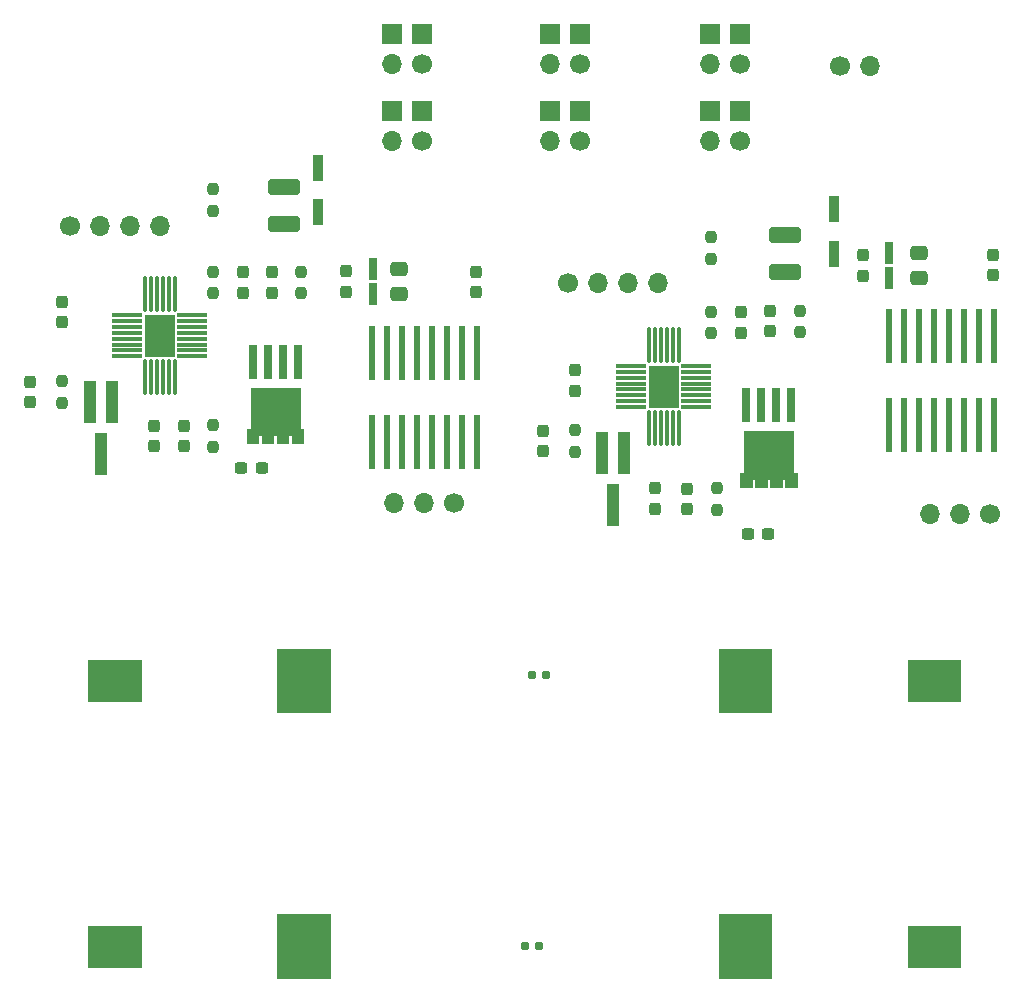
<source format=gts>
%TF.GenerationSoftware,KiCad,Pcbnew,6.0.11+dfsg-1*%
%TF.CreationDate,2023-05-03T21:30:49-05:00*%
%TF.ProjectId,CubesatPwrBoard,43756265-7361-4745-9077-72426f617264,rev?*%
%TF.SameCoordinates,Original*%
%TF.FileFunction,Soldermask,Top*%
%TF.FilePolarity,Negative*%
%FSLAX46Y46*%
G04 Gerber Fmt 4.6, Leading zero omitted, Abs format (unit mm)*
G04 Created by KiCad (PCBNEW 6.0.11+dfsg-1) date 2023-05-03 21:30:49*
%MOMM*%
%LPD*%
G01*
G04 APERTURE LIST*
G04 Aperture macros list*
%AMRoundRect*
0 Rectangle with rounded corners*
0 $1 Rounding radius*
0 $2 $3 $4 $5 $6 $7 $8 $9 X,Y pos of 4 corners*
0 Add a 4 corners polygon primitive as box body*
4,1,4,$2,$3,$4,$5,$6,$7,$8,$9,$2,$3,0*
0 Add four circle primitives for the rounded corners*
1,1,$1+$1,$2,$3*
1,1,$1+$1,$4,$5*
1,1,$1+$1,$6,$7*
1,1,$1+$1,$8,$9*
0 Add four rect primitives between the rounded corners*
20,1,$1+$1,$2,$3,$4,$5,0*
20,1,$1+$1,$4,$5,$6,$7,0*
20,1,$1+$1,$6,$7,$8,$9,0*
20,1,$1+$1,$8,$9,$2,$3,0*%
G04 Aperture macros list end*
%ADD10C,0.010000*%
%ADD11R,0.700000X1.850000*%
%ADD12RoundRect,0.237500X0.237500X-0.300000X0.237500X0.300000X-0.237500X0.300000X-0.237500X-0.300000X0*%
%ADD13C,1.700000*%
%ADD14R,1.700000X1.700000*%
%ADD15O,1.700000X1.700000*%
%ADD16RoundRect,0.041300X0.253700X-2.213700X0.253700X2.213700X-0.253700X2.213700X-0.253700X-2.213700X0*%
%ADD17RoundRect,0.018900X1.228600X0.116100X-1.228600X0.116100X-1.228600X-0.116100X1.228600X-0.116100X0*%
%ADD18RoundRect,0.018900X-0.116100X1.478600X-0.116100X-1.478600X0.116100X-1.478600X0.116100X1.478600X0*%
%ADD19RoundRect,0.018900X-1.228600X-0.116100X1.228600X-0.116100X1.228600X0.116100X-1.228600X0.116100X0*%
%ADD20RoundRect,0.018900X0.116100X-1.478600X0.116100X1.478600X-0.116100X1.478600X-0.116100X-1.478600X0*%
%ADD21R,2.650000X3.650000*%
%ADD22RoundRect,0.237500X0.237500X-0.250000X0.237500X0.250000X-0.237500X0.250000X-0.237500X-0.250000X0*%
%ADD23R,0.750000X2.965000*%
%ADD24R,0.740000X2.965000*%
%ADD25RoundRect,0.237500X-0.237500X0.300000X-0.237500X-0.300000X0.237500X-0.300000X0.237500X0.300000X0*%
%ADD26R,1.000000X3.600000*%
%ADD27RoundRect,0.237500X-0.237500X0.287500X-0.237500X-0.287500X0.237500X-0.287500X0.237500X0.287500X0*%
%ADD28RoundRect,0.237500X-0.300000X-0.237500X0.300000X-0.237500X0.300000X0.237500X-0.300000X0.237500X0*%
%ADD29RoundRect,0.250000X1.100000X-0.412500X1.100000X0.412500X-1.100000X0.412500X-1.100000X-0.412500X0*%
%ADD30RoundRect,0.237500X-0.237500X0.250000X-0.237500X-0.250000X0.237500X-0.250000X0.237500X0.250000X0*%
%ADD31RoundRect,0.250000X-0.475000X0.337500X-0.475000X-0.337500X0.475000X-0.337500X0.475000X0.337500X0*%
%ADD32RoundRect,0.160000X-0.197500X-0.160000X0.197500X-0.160000X0.197500X0.160000X-0.197500X0.160000X0*%
%ADD33R,0.900000X2.250000*%
G04 APERTURE END LIST*
%TO.C,Q3*%
G36*
X174572500Y-87408750D02*
G01*
X174897500Y-87408750D01*
X174897500Y-88628750D01*
X173947500Y-88628750D01*
X173947500Y-87918750D01*
X173627500Y-87918750D01*
X173627500Y-88628750D01*
X172677500Y-88628750D01*
X172677500Y-87918750D01*
X172357500Y-87918750D01*
X172357500Y-88628750D01*
X171407500Y-88628750D01*
X171407500Y-87918750D01*
X171087500Y-87918750D01*
X171087500Y-88628750D01*
X170137500Y-88628750D01*
X170137500Y-87408750D01*
X170462500Y-87408750D01*
X170462500Y-83908750D01*
X174572500Y-83908750D01*
X174572500Y-87408750D01*
G37*
D10*
X174572500Y-87408750D02*
X174897500Y-87408750D01*
X174897500Y-88628750D01*
X173947500Y-88628750D01*
X173947500Y-87918750D01*
X173627500Y-87918750D01*
X173627500Y-88628750D01*
X172677500Y-88628750D01*
X172677500Y-87918750D01*
X172357500Y-87918750D01*
X172357500Y-88628750D01*
X171407500Y-88628750D01*
X171407500Y-87918750D01*
X171087500Y-87918750D01*
X171087500Y-88628750D01*
X170137500Y-88628750D01*
X170137500Y-87408750D01*
X170462500Y-87408750D01*
X170462500Y-83908750D01*
X174572500Y-83908750D01*
X174572500Y-87408750D01*
%TO.C,J3*%
G36*
X135380000Y-107700000D02*
G01*
X130940000Y-107700000D01*
X130940000Y-102300000D01*
X135380000Y-102300000D01*
X135380000Y-107700000D01*
G37*
X135380000Y-107700000D02*
X130940000Y-107700000D01*
X130940000Y-102300000D01*
X135380000Y-102300000D01*
X135380000Y-107700000D01*
G36*
X119370000Y-106750000D02*
G01*
X114930000Y-106750000D01*
X114930000Y-103250000D01*
X119370000Y-103250000D01*
X119370000Y-106750000D01*
G37*
X119370000Y-106750000D02*
X114930000Y-106750000D01*
X114930000Y-103250000D01*
X119370000Y-103250000D01*
X119370000Y-106750000D01*
%TO.C,J6*%
G36*
X172760000Y-130200000D02*
G01*
X168320000Y-130200000D01*
X168320000Y-124800000D01*
X172760000Y-124800000D01*
X172760000Y-130200000D01*
G37*
X172760000Y-130200000D02*
X168320000Y-130200000D01*
X168320000Y-124800000D01*
X172760000Y-124800000D01*
X172760000Y-130200000D01*
G36*
X188770000Y-129250000D02*
G01*
X184330000Y-129250000D01*
X184330000Y-125750000D01*
X188770000Y-125750000D01*
X188770000Y-129250000D01*
G37*
X188770000Y-129250000D02*
X184330000Y-129250000D01*
X184330000Y-125750000D01*
X188770000Y-125750000D01*
X188770000Y-129250000D01*
%TO.C,J5*%
G36*
X135380000Y-130200000D02*
G01*
X130940000Y-130200000D01*
X130940000Y-124800000D01*
X135380000Y-124800000D01*
X135380000Y-130200000D01*
G37*
X135380000Y-130200000D02*
X130940000Y-130200000D01*
X130940000Y-124800000D01*
X135380000Y-124800000D01*
X135380000Y-130200000D01*
G36*
X119370000Y-129250000D02*
G01*
X114930000Y-129250000D01*
X114930000Y-125750000D01*
X119370000Y-125750000D01*
X119370000Y-129250000D01*
G37*
X119370000Y-129250000D02*
X114930000Y-129250000D01*
X114930000Y-125750000D01*
X119370000Y-125750000D01*
X119370000Y-129250000D01*
%TO.C,J4*%
G36*
X188770000Y-106750000D02*
G01*
X184330000Y-106750000D01*
X184330000Y-103250000D01*
X188770000Y-103250000D01*
X188770000Y-106750000D01*
G37*
X188770000Y-106750000D02*
X184330000Y-106750000D01*
X184330000Y-103250000D01*
X188770000Y-103250000D01*
X188770000Y-106750000D01*
G36*
X172760000Y-107700000D02*
G01*
X168320000Y-107700000D01*
X168320000Y-102300000D01*
X172760000Y-102300000D01*
X172760000Y-107700000D01*
G37*
X172760000Y-107700000D02*
X168320000Y-107700000D01*
X168320000Y-102300000D01*
X172760000Y-102300000D01*
X172760000Y-107700000D01*
%TO.C,Q1*%
G36*
X132810000Y-83702500D02*
G01*
X133135000Y-83702500D01*
X133135000Y-84922500D01*
X132185000Y-84922500D01*
X132185000Y-84212500D01*
X131865000Y-84212500D01*
X131865000Y-84922500D01*
X130915000Y-84922500D01*
X130915000Y-84212500D01*
X130595000Y-84212500D01*
X130595000Y-84922500D01*
X129645000Y-84922500D01*
X129645000Y-84212500D01*
X129325000Y-84212500D01*
X129325000Y-84922500D01*
X128375000Y-84922500D01*
X128375000Y-83702500D01*
X128700000Y-83702500D01*
X128700000Y-80202500D01*
X132810000Y-80202500D01*
X132810000Y-83702500D01*
G37*
X132810000Y-83702500D02*
X133135000Y-83702500D01*
X133135000Y-84922500D01*
X132185000Y-84922500D01*
X132185000Y-84212500D01*
X131865000Y-84212500D01*
X131865000Y-84922500D01*
X130915000Y-84922500D01*
X130915000Y-84212500D01*
X130595000Y-84212500D01*
X130595000Y-84922500D01*
X129645000Y-84922500D01*
X129645000Y-84212500D01*
X129325000Y-84212500D01*
X129325000Y-84922500D01*
X128375000Y-84922500D01*
X128375000Y-83702500D01*
X128700000Y-83702500D01*
X128700000Y-80202500D01*
X132810000Y-80202500D01*
X132810000Y-83702500D01*
%TD*%
D11*
%TO.C,D3*%
X139062500Y-70165852D03*
X139062500Y-72315852D03*
%TD*%
D12*
%TO.C,C2*%
X130492500Y-72172500D03*
X130492500Y-70447500D03*
%TD*%
D13*
%TO.C,J11*%
X170100000Y-52790000D03*
D14*
X170100000Y-50250000D03*
D15*
X167560000Y-52790000D03*
D14*
X167560000Y-50250000D03*
%TD*%
D16*
%TO.C,U4*%
X182680000Y-83350000D03*
X183950000Y-83350000D03*
X185220000Y-83350000D03*
X186490000Y-83350000D03*
X187760000Y-83350000D03*
X189030000Y-83350000D03*
X190300000Y-83350000D03*
X191570000Y-83350000D03*
X191570000Y-75860000D03*
X190300000Y-75860000D03*
X189030000Y-75860000D03*
X187760000Y-75860000D03*
X186490000Y-75860000D03*
X185220000Y-75860000D03*
X183950000Y-75860000D03*
X182680000Y-75860000D03*
%TD*%
D13*
%TO.C,J12*%
X156585000Y-52790000D03*
D14*
X156585000Y-50250000D03*
D15*
X154045000Y-52790000D03*
D14*
X154045000Y-50250000D03*
%TD*%
D17*
%TO.C,U2*%
X166407500Y-81866250D03*
X166407500Y-81366250D03*
X166407500Y-80866250D03*
X166407500Y-80366250D03*
X166407500Y-79866250D03*
X166407500Y-79366250D03*
X166407500Y-78866250D03*
X166407500Y-78366250D03*
D18*
X164905000Y-76613750D03*
X164405000Y-76613750D03*
X163905000Y-76613750D03*
X163405000Y-76613750D03*
X162905000Y-76613750D03*
X162405000Y-76613750D03*
D19*
X160902500Y-78366250D03*
X160902500Y-78866250D03*
X160902500Y-79366250D03*
X160902500Y-79866250D03*
X160902500Y-80366250D03*
X160902500Y-80866250D03*
X160902500Y-81366250D03*
X160902500Y-81866250D03*
D20*
X162405000Y-83618750D03*
X162905000Y-83618750D03*
X163405000Y-83618750D03*
X163905000Y-83618750D03*
X164405000Y-83618750D03*
X164905000Y-83618750D03*
D21*
X163655000Y-80116250D03*
%TD*%
D22*
%TO.C,R1*%
X132925000Y-72222500D03*
X132925000Y-70397500D03*
%TD*%
D23*
%TO.C,Q3*%
X174422500Y-81706250D03*
X173152500Y-81706250D03*
D24*
X171887500Y-81706250D03*
D23*
X170612500Y-81706250D03*
%TD*%
D25*
%TO.C,C6*%
X109992500Y-79697500D03*
X109992500Y-81422500D03*
%TD*%
D26*
%TO.C,Q4*%
X160305100Y-85766250D03*
X158405100Y-85766250D03*
X159355100Y-90166250D03*
%TD*%
D13*
%TO.C,J2*%
X155545000Y-71316250D03*
D15*
X158085000Y-71316250D03*
X160625000Y-71316250D03*
X163165000Y-71316250D03*
%TD*%
D12*
%TO.C,C11*%
X156155000Y-80478750D03*
X156155000Y-78753750D03*
%TD*%
D13*
%TO.C,J15*%
X156585000Y-59290000D03*
D14*
X156585000Y-56750000D03*
D15*
X154045000Y-59290000D03*
D14*
X154045000Y-56750000D03*
%TD*%
D13*
%TO.C,J8*%
X191286300Y-90928977D03*
D15*
X188746300Y-90928977D03*
X186206300Y-90928977D03*
%TD*%
D27*
%TO.C,L1*%
X120502500Y-83435000D03*
X120502500Y-85185000D03*
%TD*%
D28*
%TO.C,C7*%
X127882500Y-87050000D03*
X129607500Y-87050000D03*
%TD*%
D12*
%TO.C,C17*%
X191490000Y-70712500D03*
X191490000Y-68987500D03*
%TD*%
D25*
%TO.C,C13*%
X153395000Y-83853750D03*
X153395000Y-85578750D03*
%TD*%
D29*
%TO.C,C1*%
X131492500Y-66372500D03*
X131492500Y-63247500D03*
%TD*%
D13*
%TO.C,J1*%
X113382500Y-66510000D03*
D15*
X115922500Y-66510000D03*
X118462500Y-66510000D03*
X121002500Y-66510000D03*
%TD*%
D29*
%TO.C,C8*%
X173905000Y-70428750D03*
X173905000Y-67303750D03*
%TD*%
D30*
%TO.C,R9*%
X167632500Y-67453750D03*
X167632500Y-69278750D03*
%TD*%
D16*
%TO.C,U3*%
X138932500Y-84785852D03*
X140202500Y-84785852D03*
X141472500Y-84785852D03*
X142742500Y-84785852D03*
X144012500Y-84785852D03*
X145282500Y-84785852D03*
X146552500Y-84785852D03*
X147822500Y-84785852D03*
X147822500Y-77295852D03*
X146552500Y-77295852D03*
X145282500Y-77295852D03*
X144012500Y-77295852D03*
X142742500Y-77295852D03*
X141472500Y-77295852D03*
X140202500Y-77295852D03*
X138932500Y-77295852D03*
%TD*%
D27*
%TO.C,L4*%
X180490000Y-68975000D03*
X180490000Y-70725000D03*
%TD*%
D25*
%TO.C,C10*%
X170155000Y-73830051D03*
X170155000Y-75555051D03*
%TD*%
D30*
%TO.C,R8*%
X168132500Y-88703750D03*
X168132500Y-90528750D03*
%TD*%
D12*
%TO.C,C4*%
X112742500Y-74672500D03*
X112742500Y-72947500D03*
%TD*%
D30*
%TO.C,R10*%
X156155000Y-83803750D03*
X156155000Y-85628750D03*
%TD*%
D13*
%TO.C,J13*%
X143155000Y-52790000D03*
D14*
X143155000Y-50250000D03*
D15*
X140615000Y-52790000D03*
D14*
X140615000Y-50250000D03*
%TD*%
D11*
%TO.C,D4*%
X182750000Y-68775000D03*
X182750000Y-70925000D03*
%TD*%
D25*
%TO.C,C3*%
X127992500Y-70447500D03*
X127992500Y-72172500D03*
%TD*%
D31*
%TO.C,C18*%
X185240000Y-68812500D03*
X185240000Y-70887500D03*
%TD*%
D26*
%TO.C,Q2*%
X116942600Y-81410000D03*
X115042600Y-81410000D03*
X115992600Y-85810000D03*
%TD*%
D27*
%TO.C,L2*%
X162895000Y-88741250D03*
X162895000Y-90491250D03*
%TD*%
D22*
%TO.C,R6*%
X175200000Y-75528750D03*
X175200000Y-73703750D03*
%TD*%
D30*
%TO.C,R3*%
X125502500Y-83397500D03*
X125502500Y-85222500D03*
%TD*%
D32*
%TO.C,TH1*%
X152500000Y-104500000D03*
X153695000Y-104500000D03*
%TD*%
D13*
%TO.C,J7*%
X145930000Y-90000000D03*
D15*
X143390000Y-90000000D03*
X140850000Y-90000000D03*
%TD*%
D30*
%TO.C,R5*%
X112742500Y-79647500D03*
X112742500Y-81472500D03*
%TD*%
D27*
%TO.C,L3*%
X136715000Y-70365852D03*
X136715000Y-72115852D03*
%TD*%
D25*
%TO.C,C5*%
X122992500Y-83447500D03*
X122992500Y-85172500D03*
%TD*%
D17*
%TO.C,U1*%
X123745000Y-77560000D03*
X123745000Y-77060000D03*
X123745000Y-76560000D03*
X123745000Y-76060000D03*
X123745000Y-75560000D03*
X123745000Y-75060000D03*
X123745000Y-74560000D03*
X123745000Y-74060000D03*
D18*
X122242500Y-72307500D03*
X121742500Y-72307500D03*
X121242500Y-72307500D03*
X120742500Y-72307500D03*
X120242500Y-72307500D03*
X119742500Y-72307500D03*
D19*
X118240000Y-74060000D03*
X118240000Y-74560000D03*
X118240000Y-75060000D03*
X118240000Y-75560000D03*
X118240000Y-76060000D03*
X118240000Y-76560000D03*
X118240000Y-77060000D03*
X118240000Y-77560000D03*
D20*
X119742500Y-79312500D03*
X120242500Y-79312500D03*
X120742500Y-79312500D03*
X121242500Y-79312500D03*
X121742500Y-79312500D03*
X122242500Y-79312500D03*
D21*
X120992500Y-75810000D03*
%TD*%
D23*
%TO.C,Q1*%
X132660000Y-78000000D03*
X131390000Y-78000000D03*
D24*
X130125000Y-78000000D03*
D23*
X128850000Y-78000000D03*
%TD*%
D28*
%TO.C,C14*%
X170792500Y-92618750D03*
X172517500Y-92618750D03*
%TD*%
D31*
%TO.C,C16*%
X141215000Y-70203352D03*
X141215000Y-72278352D03*
%TD*%
D13*
%TO.C,J9*%
X178610000Y-53000000D03*
D15*
X181150000Y-53000000D03*
%TD*%
D33*
%TO.C,D1*%
X134350000Y-65375000D03*
X134350000Y-61625000D03*
%TD*%
D13*
%TO.C,J14*%
X143155000Y-59290000D03*
D14*
X143155000Y-56750000D03*
D15*
X140615000Y-59290000D03*
D14*
X140615000Y-56750000D03*
%TD*%
D12*
%TO.C,C9*%
X172665000Y-75408784D03*
X172665000Y-73683784D03*
%TD*%
D22*
%TO.C,R7*%
X167632500Y-75605051D03*
X167632500Y-73780051D03*
%TD*%
D25*
%TO.C,C12*%
X165655000Y-88753750D03*
X165655000Y-90478750D03*
%TD*%
D33*
%TO.C,D2*%
X178100000Y-68875000D03*
X178100000Y-65125000D03*
%TD*%
D32*
%TO.C,TH2*%
X151902500Y-127500000D03*
X153097500Y-127500000D03*
%TD*%
D13*
%TO.C,J10*%
X170100000Y-59290000D03*
D14*
X170100000Y-56750000D03*
D15*
X167560000Y-59290000D03*
D14*
X167560000Y-56750000D03*
%TD*%
D22*
%TO.C,R2*%
X125515000Y-72222500D03*
X125515000Y-70397500D03*
%TD*%
D30*
%TO.C,R4*%
X125492500Y-63406948D03*
X125492500Y-65231948D03*
%TD*%
D12*
%TO.C,C15*%
X147715000Y-72103352D03*
X147715000Y-70378352D03*
%TD*%
M02*

</source>
